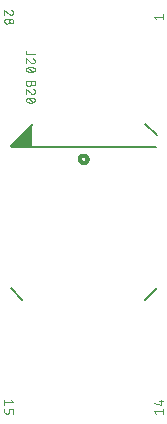
<source format=gbr>
G04 EAGLE Gerber RS-274X export*
G75*
%MOMM*%
%FSLAX34Y34*%
%LPD*%
%INSilkscreen Top*%
%IPPOS*%
%AMOC8*
5,1,8,0,0,1.08239X$1,22.5*%
G01*
%ADD10C,0.050800*%
%ADD11C,0.304800*%
%ADD12C,0.203200*%

G36*
X31770Y232604D02*
X31770Y232604D01*
X31789Y232602D01*
X31891Y232624D01*
X31993Y232641D01*
X32010Y232650D01*
X32030Y232655D01*
X32119Y232708D01*
X32210Y232756D01*
X32224Y232771D01*
X32241Y232781D01*
X32308Y232859D01*
X32380Y232934D01*
X32388Y232952D01*
X32401Y232968D01*
X32440Y233064D01*
X32483Y233158D01*
X32485Y233177D01*
X32493Y233196D01*
X32511Y233363D01*
X32511Y250825D01*
X32500Y250896D01*
X32498Y250967D01*
X32480Y251016D01*
X32472Y251068D01*
X32438Y251131D01*
X32413Y251198D01*
X32381Y251239D01*
X32356Y251285D01*
X32305Y251334D01*
X32260Y251390D01*
X32216Y251419D01*
X32178Y251455D01*
X32113Y251485D01*
X32053Y251523D01*
X32002Y251536D01*
X31955Y251558D01*
X31884Y251566D01*
X31814Y251584D01*
X31762Y251579D01*
X31711Y251585D01*
X31640Y251570D01*
X31569Y251564D01*
X31521Y251544D01*
X31470Y251533D01*
X31409Y251496D01*
X31343Y251468D01*
X31287Y251423D01*
X31259Y251407D01*
X31244Y251389D01*
X31212Y251363D01*
X13749Y233901D01*
X13707Y233843D01*
X13658Y233791D01*
X13636Y233743D01*
X13606Y233701D01*
X13585Y233633D01*
X13554Y233568D01*
X13549Y233516D01*
X13533Y233466D01*
X13535Y233394D01*
X13527Y233323D01*
X13538Y233272D01*
X13540Y233220D01*
X13564Y233153D01*
X13580Y233083D01*
X13606Y233038D01*
X13624Y232989D01*
X13669Y232933D01*
X13706Y232872D01*
X13745Y232838D01*
X13778Y232797D01*
X13838Y232758D01*
X13893Y232712D01*
X13941Y232692D01*
X13985Y232664D01*
X14054Y232647D01*
X14121Y232620D01*
X14192Y232612D01*
X14223Y232604D01*
X14247Y232606D01*
X14288Y232601D01*
X31750Y232601D01*
X31770Y232604D01*
G37*
D10*
X14605Y344441D02*
X14690Y344443D01*
X14776Y344449D01*
X14861Y344458D01*
X14945Y344472D01*
X15029Y344489D01*
X15112Y344510D01*
X15194Y344534D01*
X15274Y344562D01*
X15354Y344594D01*
X15432Y344630D01*
X15508Y344668D01*
X15582Y344711D01*
X15654Y344756D01*
X15725Y344805D01*
X15793Y344857D01*
X15858Y344911D01*
X15921Y344969D01*
X15982Y345030D01*
X16040Y345093D01*
X16094Y345158D01*
X16146Y345226D01*
X16195Y345297D01*
X16240Y345369D01*
X16283Y345443D01*
X16321Y345519D01*
X16357Y345597D01*
X16389Y345677D01*
X16417Y345757D01*
X16441Y345839D01*
X16462Y345922D01*
X16479Y346006D01*
X16493Y346090D01*
X16502Y346175D01*
X16508Y346261D01*
X16510Y346346D01*
X16508Y346442D01*
X16502Y346538D01*
X16493Y346634D01*
X16480Y346729D01*
X16463Y346824D01*
X16442Y346918D01*
X16418Y347011D01*
X16390Y347103D01*
X16359Y347194D01*
X16323Y347283D01*
X16285Y347371D01*
X16243Y347458D01*
X16198Y347542D01*
X16149Y347625D01*
X16097Y347706D01*
X16042Y347785D01*
X15984Y347862D01*
X15923Y347936D01*
X15859Y348008D01*
X15792Y348077D01*
X15723Y348144D01*
X15651Y348208D01*
X15577Y348269D01*
X15500Y348327D01*
X15421Y348382D01*
X15340Y348433D01*
X15257Y348482D01*
X15172Y348527D01*
X15086Y348569D01*
X14997Y348608D01*
X14908Y348643D01*
X14817Y348674D01*
X13123Y345076D02*
X13185Y345014D01*
X13249Y344955D01*
X13315Y344899D01*
X13384Y344845D01*
X13455Y344795D01*
X13529Y344747D01*
X13604Y344703D01*
X13681Y344662D01*
X13759Y344624D01*
X13839Y344590D01*
X13921Y344559D01*
X14004Y344531D01*
X14087Y344508D01*
X14172Y344487D01*
X14258Y344471D01*
X14344Y344458D01*
X14431Y344448D01*
X14518Y344443D01*
X14605Y344441D01*
X13123Y345076D02*
X8890Y348674D01*
X8890Y344441D01*
X11007Y341359D02*
X11098Y341357D01*
X11189Y341351D01*
X11280Y341341D01*
X11370Y341328D01*
X11459Y341310D01*
X11548Y341289D01*
X11635Y341264D01*
X11722Y341235D01*
X11807Y341202D01*
X11890Y341166D01*
X11972Y341126D01*
X12052Y341083D01*
X12131Y341036D01*
X12207Y340986D01*
X12281Y340933D01*
X12352Y340877D01*
X12421Y340817D01*
X12488Y340755D01*
X12551Y340690D01*
X12612Y340622D01*
X12670Y340552D01*
X12725Y340479D01*
X12777Y340404D01*
X12825Y340327D01*
X12870Y340247D01*
X12912Y340166D01*
X12950Y340084D01*
X12984Y339999D01*
X13015Y339913D01*
X13042Y339826D01*
X13065Y339738D01*
X13084Y339649D01*
X13100Y339560D01*
X13112Y339469D01*
X13120Y339379D01*
X13124Y339288D01*
X13124Y339196D01*
X13120Y339105D01*
X13112Y339015D01*
X13100Y338924D01*
X13084Y338835D01*
X13065Y338746D01*
X13042Y338658D01*
X13015Y338571D01*
X12984Y338485D01*
X12950Y338400D01*
X12912Y338318D01*
X12870Y338237D01*
X12825Y338157D01*
X12777Y338080D01*
X12725Y338005D01*
X12670Y337932D01*
X12612Y337862D01*
X12551Y337794D01*
X12488Y337729D01*
X12421Y337667D01*
X12352Y337607D01*
X12281Y337551D01*
X12207Y337498D01*
X12131Y337448D01*
X12052Y337401D01*
X11972Y337358D01*
X11890Y337318D01*
X11807Y337282D01*
X11722Y337249D01*
X11635Y337220D01*
X11548Y337195D01*
X11459Y337174D01*
X11370Y337156D01*
X11280Y337143D01*
X11189Y337133D01*
X11098Y337127D01*
X11007Y337125D01*
X10916Y337127D01*
X10825Y337133D01*
X10734Y337143D01*
X10644Y337156D01*
X10555Y337174D01*
X10466Y337195D01*
X10379Y337220D01*
X10292Y337249D01*
X10207Y337282D01*
X10124Y337318D01*
X10042Y337358D01*
X9962Y337401D01*
X9883Y337448D01*
X9807Y337498D01*
X9733Y337551D01*
X9662Y337607D01*
X9593Y337667D01*
X9526Y337729D01*
X9463Y337794D01*
X9402Y337862D01*
X9344Y337932D01*
X9289Y338005D01*
X9237Y338080D01*
X9189Y338157D01*
X9144Y338237D01*
X9102Y338318D01*
X9064Y338400D01*
X9030Y338485D01*
X8999Y338571D01*
X8972Y338658D01*
X8949Y338746D01*
X8930Y338835D01*
X8914Y338924D01*
X8902Y339015D01*
X8894Y339105D01*
X8890Y339196D01*
X8890Y339288D01*
X8894Y339379D01*
X8902Y339469D01*
X8914Y339560D01*
X8930Y339649D01*
X8949Y339738D01*
X8972Y339826D01*
X8999Y339913D01*
X9030Y339999D01*
X9064Y340084D01*
X9102Y340166D01*
X9144Y340247D01*
X9189Y340327D01*
X9237Y340404D01*
X9289Y340479D01*
X9344Y340552D01*
X9402Y340622D01*
X9463Y340690D01*
X9526Y340755D01*
X9593Y340817D01*
X9662Y340877D01*
X9733Y340933D01*
X9807Y340986D01*
X9883Y341036D01*
X9962Y341083D01*
X10042Y341126D01*
X10124Y341166D01*
X10207Y341202D01*
X10292Y341235D01*
X10379Y341264D01*
X10466Y341289D01*
X10555Y341310D01*
X10644Y341328D01*
X10734Y341341D01*
X10825Y341351D01*
X10916Y341357D01*
X11007Y341359D01*
X14817Y340935D02*
X14898Y340933D01*
X14978Y340927D01*
X15058Y340918D01*
X15137Y340904D01*
X15216Y340887D01*
X15294Y340866D01*
X15371Y340842D01*
X15446Y340814D01*
X15520Y340782D01*
X15593Y340747D01*
X15663Y340708D01*
X15732Y340666D01*
X15799Y340621D01*
X15864Y340573D01*
X15926Y340521D01*
X15985Y340467D01*
X16042Y340410D01*
X16096Y340351D01*
X16148Y340289D01*
X16196Y340224D01*
X16241Y340157D01*
X16283Y340089D01*
X16322Y340018D01*
X16357Y339945D01*
X16389Y339871D01*
X16417Y339796D01*
X16441Y339719D01*
X16462Y339641D01*
X16479Y339562D01*
X16493Y339483D01*
X16502Y339403D01*
X16508Y339323D01*
X16510Y339242D01*
X16508Y339161D01*
X16502Y339081D01*
X16493Y339001D01*
X16479Y338922D01*
X16462Y338843D01*
X16441Y338765D01*
X16417Y338688D01*
X16389Y338613D01*
X16357Y338539D01*
X16322Y338466D01*
X16283Y338396D01*
X16241Y338327D01*
X16196Y338260D01*
X16148Y338195D01*
X16096Y338133D01*
X16042Y338074D01*
X15985Y338017D01*
X15926Y337963D01*
X15864Y337911D01*
X15799Y337863D01*
X15732Y337818D01*
X15664Y337776D01*
X15593Y337737D01*
X15520Y337702D01*
X15446Y337670D01*
X15371Y337642D01*
X15294Y337618D01*
X15216Y337597D01*
X15137Y337580D01*
X15058Y337566D01*
X14978Y337557D01*
X14898Y337551D01*
X14817Y337549D01*
X14736Y337551D01*
X14656Y337557D01*
X14576Y337566D01*
X14497Y337580D01*
X14418Y337597D01*
X14340Y337618D01*
X14263Y337642D01*
X14188Y337670D01*
X14114Y337702D01*
X14041Y337737D01*
X13970Y337776D01*
X13902Y337818D01*
X13835Y337863D01*
X13770Y337911D01*
X13708Y337963D01*
X13649Y338017D01*
X13592Y338074D01*
X13538Y338133D01*
X13486Y338195D01*
X13438Y338260D01*
X13393Y338327D01*
X13351Y338396D01*
X13312Y338466D01*
X13277Y338539D01*
X13245Y338613D01*
X13217Y338688D01*
X13193Y338765D01*
X13172Y338843D01*
X13155Y338922D01*
X13141Y339001D01*
X13132Y339081D01*
X13126Y339161D01*
X13124Y339242D01*
X13126Y339323D01*
X13132Y339403D01*
X13141Y339483D01*
X13155Y339562D01*
X13172Y339641D01*
X13193Y339719D01*
X13217Y339796D01*
X13245Y339871D01*
X13277Y339945D01*
X13312Y340018D01*
X13351Y340089D01*
X13393Y340157D01*
X13438Y340224D01*
X13486Y340289D01*
X13538Y340351D01*
X13592Y340410D01*
X13649Y340467D01*
X13708Y340521D01*
X13770Y340573D01*
X13835Y340621D01*
X13902Y340666D01*
X13971Y340708D01*
X14041Y340747D01*
X14114Y340782D01*
X14188Y340814D01*
X14263Y340842D01*
X14340Y340866D01*
X14418Y340887D01*
X14497Y340904D01*
X14576Y340918D01*
X14656Y340927D01*
X14736Y340933D01*
X14817Y340935D01*
X135890Y9042D02*
X137583Y6926D01*
X135890Y9042D02*
X143510Y9042D01*
X143510Y6926D02*
X143510Y11159D01*
X141817Y14241D02*
X135890Y15934D01*
X141817Y14241D02*
X141817Y18474D01*
X143510Y17204D02*
X140123Y17204D01*
X16510Y16358D02*
X14817Y18474D01*
X16510Y16358D02*
X8890Y16358D01*
X8890Y18474D02*
X8890Y14241D01*
X8890Y11159D02*
X8890Y8619D01*
X8892Y8538D01*
X8898Y8458D01*
X8907Y8378D01*
X8921Y8299D01*
X8938Y8220D01*
X8959Y8142D01*
X8983Y8065D01*
X9011Y7990D01*
X9043Y7916D01*
X9078Y7843D01*
X9117Y7773D01*
X9159Y7704D01*
X9204Y7637D01*
X9252Y7572D01*
X9304Y7510D01*
X9358Y7451D01*
X9415Y7394D01*
X9474Y7340D01*
X9536Y7288D01*
X9601Y7240D01*
X9668Y7195D01*
X9736Y7153D01*
X9807Y7114D01*
X9880Y7079D01*
X9954Y7047D01*
X10029Y7019D01*
X10106Y6995D01*
X10184Y6974D01*
X10263Y6957D01*
X10342Y6943D01*
X10422Y6934D01*
X10502Y6928D01*
X10583Y6926D01*
X11430Y6926D01*
X11511Y6928D01*
X11591Y6934D01*
X11671Y6943D01*
X11750Y6957D01*
X11829Y6974D01*
X11907Y6995D01*
X11984Y7019D01*
X12059Y7047D01*
X12133Y7079D01*
X12206Y7114D01*
X12277Y7153D01*
X12345Y7195D01*
X12412Y7240D01*
X12477Y7288D01*
X12539Y7340D01*
X12598Y7394D01*
X12655Y7451D01*
X12709Y7510D01*
X12761Y7572D01*
X12809Y7637D01*
X12854Y7704D01*
X12896Y7773D01*
X12935Y7843D01*
X12970Y7916D01*
X13002Y7990D01*
X13030Y8065D01*
X13054Y8142D01*
X13075Y8220D01*
X13092Y8299D01*
X13106Y8378D01*
X13115Y8458D01*
X13121Y8538D01*
X13123Y8619D01*
X13123Y11159D01*
X16510Y11159D01*
X16510Y6926D01*
X28935Y310954D02*
X34862Y310954D01*
X28935Y310954D02*
X28854Y310956D01*
X28774Y310962D01*
X28694Y310971D01*
X28615Y310985D01*
X28536Y311002D01*
X28458Y311023D01*
X28381Y311047D01*
X28306Y311075D01*
X28232Y311107D01*
X28159Y311142D01*
X28088Y311181D01*
X28020Y311223D01*
X27953Y311268D01*
X27888Y311316D01*
X27826Y311368D01*
X27767Y311422D01*
X27710Y311479D01*
X27656Y311538D01*
X27604Y311600D01*
X27556Y311665D01*
X27511Y311732D01*
X27469Y311801D01*
X27430Y311871D01*
X27395Y311944D01*
X27363Y312018D01*
X27335Y312093D01*
X27311Y312170D01*
X27290Y312248D01*
X27273Y312327D01*
X27259Y312406D01*
X27250Y312486D01*
X27244Y312566D01*
X27242Y312647D01*
X27242Y313494D01*
X34862Y305326D02*
X34860Y305241D01*
X34854Y305155D01*
X34845Y305070D01*
X34831Y304986D01*
X34814Y304902D01*
X34793Y304819D01*
X34769Y304737D01*
X34741Y304657D01*
X34709Y304577D01*
X34673Y304499D01*
X34635Y304423D01*
X34592Y304349D01*
X34547Y304277D01*
X34498Y304206D01*
X34446Y304138D01*
X34392Y304073D01*
X34334Y304010D01*
X34273Y303949D01*
X34210Y303891D01*
X34145Y303837D01*
X34077Y303785D01*
X34006Y303736D01*
X33934Y303691D01*
X33860Y303648D01*
X33784Y303610D01*
X33706Y303574D01*
X33626Y303542D01*
X33546Y303514D01*
X33464Y303490D01*
X33381Y303469D01*
X33297Y303452D01*
X33213Y303438D01*
X33128Y303429D01*
X33042Y303423D01*
X32957Y303421D01*
X34861Y305326D02*
X34859Y305422D01*
X34853Y305518D01*
X34844Y305614D01*
X34831Y305709D01*
X34814Y305804D01*
X34793Y305898D01*
X34769Y305991D01*
X34741Y306083D01*
X34710Y306174D01*
X34674Y306263D01*
X34636Y306351D01*
X34594Y306438D01*
X34549Y306522D01*
X34500Y306605D01*
X34448Y306686D01*
X34393Y306765D01*
X34335Y306842D01*
X34274Y306916D01*
X34210Y306988D01*
X34143Y307057D01*
X34074Y307124D01*
X34002Y307188D01*
X33928Y307249D01*
X33851Y307307D01*
X33772Y307362D01*
X33691Y307413D01*
X33608Y307462D01*
X33523Y307507D01*
X33437Y307549D01*
X33348Y307588D01*
X33259Y307623D01*
X33168Y307654D01*
X31475Y304057D02*
X31537Y303995D01*
X31601Y303936D01*
X31667Y303880D01*
X31736Y303826D01*
X31807Y303776D01*
X31881Y303728D01*
X31956Y303684D01*
X32033Y303643D01*
X32111Y303605D01*
X32191Y303571D01*
X32273Y303540D01*
X32356Y303512D01*
X32439Y303489D01*
X32524Y303468D01*
X32610Y303452D01*
X32696Y303439D01*
X32783Y303429D01*
X32870Y303424D01*
X32957Y303422D01*
X31475Y304056D02*
X27242Y307655D01*
X27242Y303421D01*
X31052Y300339D02*
X31210Y300337D01*
X31368Y300331D01*
X31526Y300321D01*
X31684Y300307D01*
X31841Y300289D01*
X31998Y300267D01*
X32154Y300242D01*
X32309Y300212D01*
X32464Y300178D01*
X32618Y300141D01*
X32770Y300099D01*
X32922Y300054D01*
X33072Y300005D01*
X33222Y299952D01*
X33369Y299896D01*
X33516Y299835D01*
X33660Y299772D01*
X33804Y299704D01*
X33803Y299704D02*
X33876Y299677D01*
X33947Y299647D01*
X34017Y299613D01*
X34085Y299575D01*
X34151Y299534D01*
X34215Y299490D01*
X34277Y299443D01*
X34336Y299393D01*
X34393Y299340D01*
X34447Y299284D01*
X34498Y299225D01*
X34546Y299165D01*
X34591Y299101D01*
X34633Y299036D01*
X34672Y298969D01*
X34707Y298899D01*
X34739Y298828D01*
X34767Y298756D01*
X34792Y298682D01*
X34813Y298608D01*
X34830Y298532D01*
X34844Y298455D01*
X34853Y298378D01*
X34859Y298301D01*
X34861Y298223D01*
X34859Y298145D01*
X34853Y298068D01*
X34844Y297991D01*
X34830Y297914D01*
X34813Y297838D01*
X34792Y297764D01*
X34767Y297690D01*
X34739Y297618D01*
X34707Y297547D01*
X34672Y297477D01*
X34633Y297410D01*
X34591Y297345D01*
X34546Y297281D01*
X34498Y297221D01*
X34447Y297162D01*
X34393Y297106D01*
X34336Y297053D01*
X34277Y297003D01*
X34215Y296956D01*
X34151Y296912D01*
X34085Y296871D01*
X34017Y296833D01*
X33947Y296799D01*
X33876Y296769D01*
X33803Y296742D01*
X33804Y296742D02*
X33660Y296674D01*
X33516Y296611D01*
X33369Y296550D01*
X33222Y296494D01*
X33072Y296441D01*
X32922Y296392D01*
X32770Y296347D01*
X32618Y296305D01*
X32464Y296268D01*
X32309Y296234D01*
X32154Y296204D01*
X31998Y296179D01*
X31841Y296157D01*
X31684Y296139D01*
X31526Y296125D01*
X31368Y296115D01*
X31210Y296109D01*
X31052Y296107D01*
X31052Y300340D02*
X30894Y300338D01*
X30736Y300332D01*
X30578Y300322D01*
X30420Y300308D01*
X30263Y300290D01*
X30106Y300268D01*
X29950Y300243D01*
X29795Y300213D01*
X29640Y300179D01*
X29486Y300142D01*
X29333Y300100D01*
X29182Y300055D01*
X29031Y300006D01*
X28882Y299953D01*
X28734Y299897D01*
X28588Y299836D01*
X28443Y299772D01*
X28300Y299705D01*
X28300Y299704D02*
X28227Y299677D01*
X28156Y299647D01*
X28086Y299613D01*
X28018Y299575D01*
X27952Y299534D01*
X27888Y299490D01*
X27826Y299443D01*
X27767Y299393D01*
X27710Y299340D01*
X27656Y299284D01*
X27605Y299225D01*
X27557Y299165D01*
X27512Y299101D01*
X27470Y299036D01*
X27431Y298969D01*
X27396Y298899D01*
X27364Y298828D01*
X27336Y298756D01*
X27311Y298682D01*
X27290Y298608D01*
X27273Y298532D01*
X27259Y298455D01*
X27250Y298378D01*
X27244Y298301D01*
X27242Y298223D01*
X28300Y296741D02*
X28443Y296674D01*
X28588Y296610D01*
X28734Y296549D01*
X28882Y296493D01*
X29031Y296440D01*
X29182Y296391D01*
X29333Y296346D01*
X29486Y296304D01*
X29640Y296267D01*
X29795Y296233D01*
X29950Y296203D01*
X30106Y296178D01*
X30263Y296156D01*
X30420Y296138D01*
X30578Y296124D01*
X30736Y296114D01*
X30894Y296108D01*
X31052Y296106D01*
X28300Y296742D02*
X28227Y296769D01*
X28156Y296799D01*
X28086Y296833D01*
X28018Y296871D01*
X27952Y296912D01*
X27888Y296956D01*
X27826Y297003D01*
X27767Y297053D01*
X27710Y297106D01*
X27656Y297162D01*
X27605Y297221D01*
X27557Y297281D01*
X27511Y297345D01*
X27470Y297410D01*
X27431Y297477D01*
X27396Y297547D01*
X27364Y297618D01*
X27336Y297690D01*
X27311Y297764D01*
X27290Y297838D01*
X27273Y297914D01*
X27259Y297991D01*
X27250Y298068D01*
X27244Y298145D01*
X27242Y298223D01*
X28935Y299916D02*
X33168Y296529D01*
X31475Y288662D02*
X31475Y286545D01*
X31473Y286454D01*
X31467Y286363D01*
X31457Y286272D01*
X31444Y286182D01*
X31426Y286093D01*
X31405Y286004D01*
X31380Y285917D01*
X31351Y285830D01*
X31318Y285745D01*
X31282Y285662D01*
X31242Y285580D01*
X31199Y285500D01*
X31152Y285421D01*
X31102Y285345D01*
X31049Y285271D01*
X30993Y285200D01*
X30933Y285131D01*
X30871Y285064D01*
X30806Y285001D01*
X30738Y284940D01*
X30668Y284882D01*
X30595Y284827D01*
X30520Y284775D01*
X30443Y284727D01*
X30363Y284682D01*
X30282Y284640D01*
X30200Y284602D01*
X30115Y284568D01*
X30029Y284537D01*
X29942Y284510D01*
X29854Y284487D01*
X29765Y284468D01*
X29676Y284452D01*
X29585Y284440D01*
X29495Y284432D01*
X29404Y284428D01*
X29312Y284428D01*
X29221Y284432D01*
X29131Y284440D01*
X29040Y284452D01*
X28951Y284468D01*
X28862Y284487D01*
X28774Y284510D01*
X28687Y284537D01*
X28601Y284568D01*
X28516Y284602D01*
X28434Y284640D01*
X28353Y284682D01*
X28273Y284727D01*
X28196Y284775D01*
X28121Y284827D01*
X28048Y284882D01*
X27978Y284940D01*
X27910Y285001D01*
X27845Y285064D01*
X27783Y285131D01*
X27723Y285200D01*
X27667Y285271D01*
X27614Y285345D01*
X27564Y285421D01*
X27517Y285500D01*
X27474Y285580D01*
X27434Y285662D01*
X27398Y285745D01*
X27365Y285830D01*
X27336Y285917D01*
X27311Y286004D01*
X27290Y286093D01*
X27272Y286182D01*
X27259Y286272D01*
X27249Y286363D01*
X27243Y286454D01*
X27241Y286545D01*
X27242Y286545D02*
X27242Y288662D01*
X34862Y288662D01*
X34862Y286545D01*
X34861Y286545D02*
X34859Y286464D01*
X34853Y286384D01*
X34844Y286304D01*
X34830Y286225D01*
X34813Y286146D01*
X34792Y286068D01*
X34768Y285991D01*
X34740Y285916D01*
X34708Y285842D01*
X34673Y285769D01*
X34634Y285699D01*
X34592Y285630D01*
X34547Y285563D01*
X34499Y285498D01*
X34447Y285436D01*
X34393Y285377D01*
X34336Y285320D01*
X34277Y285266D01*
X34215Y285214D01*
X34150Y285166D01*
X34083Y285121D01*
X34015Y285079D01*
X33944Y285040D01*
X33871Y285005D01*
X33797Y284973D01*
X33722Y284945D01*
X33645Y284921D01*
X33567Y284900D01*
X33488Y284883D01*
X33409Y284869D01*
X33329Y284860D01*
X33249Y284854D01*
X33168Y284852D01*
X33087Y284854D01*
X33007Y284860D01*
X32927Y284869D01*
X32848Y284883D01*
X32769Y284900D01*
X32691Y284921D01*
X32614Y284945D01*
X32539Y284973D01*
X32465Y285005D01*
X32392Y285040D01*
X32321Y285079D01*
X32253Y285121D01*
X32186Y285166D01*
X32121Y285214D01*
X32059Y285266D01*
X32000Y285320D01*
X31943Y285377D01*
X31889Y285436D01*
X31837Y285498D01*
X31789Y285563D01*
X31744Y285630D01*
X31702Y285699D01*
X31663Y285769D01*
X31628Y285842D01*
X31596Y285916D01*
X31568Y285991D01*
X31544Y286068D01*
X31523Y286146D01*
X31506Y286225D01*
X31492Y286304D01*
X31483Y286384D01*
X31477Y286464D01*
X31475Y286545D01*
X34862Y279359D02*
X34860Y279274D01*
X34854Y279188D01*
X34845Y279103D01*
X34831Y279019D01*
X34814Y278935D01*
X34793Y278852D01*
X34769Y278770D01*
X34741Y278690D01*
X34709Y278610D01*
X34673Y278532D01*
X34635Y278456D01*
X34592Y278382D01*
X34547Y278310D01*
X34498Y278239D01*
X34446Y278171D01*
X34392Y278106D01*
X34334Y278043D01*
X34273Y277982D01*
X34210Y277924D01*
X34145Y277870D01*
X34077Y277818D01*
X34006Y277769D01*
X33934Y277724D01*
X33860Y277681D01*
X33784Y277643D01*
X33706Y277607D01*
X33626Y277575D01*
X33546Y277547D01*
X33464Y277523D01*
X33381Y277502D01*
X33297Y277485D01*
X33213Y277471D01*
X33128Y277462D01*
X33042Y277456D01*
X32957Y277454D01*
X34861Y279359D02*
X34859Y279455D01*
X34853Y279551D01*
X34844Y279647D01*
X34831Y279742D01*
X34814Y279837D01*
X34793Y279931D01*
X34769Y280024D01*
X34741Y280116D01*
X34710Y280207D01*
X34674Y280296D01*
X34636Y280384D01*
X34594Y280471D01*
X34549Y280555D01*
X34500Y280638D01*
X34448Y280719D01*
X34393Y280798D01*
X34335Y280875D01*
X34274Y280949D01*
X34210Y281021D01*
X34143Y281090D01*
X34074Y281157D01*
X34002Y281221D01*
X33928Y281282D01*
X33851Y281340D01*
X33772Y281395D01*
X33691Y281446D01*
X33608Y281495D01*
X33523Y281540D01*
X33437Y281582D01*
X33348Y281621D01*
X33259Y281656D01*
X33168Y281687D01*
X31475Y278089D02*
X31537Y278027D01*
X31601Y277968D01*
X31667Y277912D01*
X31736Y277858D01*
X31807Y277808D01*
X31881Y277760D01*
X31956Y277716D01*
X32033Y277675D01*
X32111Y277637D01*
X32191Y277603D01*
X32273Y277572D01*
X32356Y277544D01*
X32439Y277521D01*
X32524Y277500D01*
X32610Y277484D01*
X32696Y277471D01*
X32783Y277461D01*
X32870Y277456D01*
X32957Y277454D01*
X31475Y278089D02*
X27242Y281687D01*
X27242Y277454D01*
X31052Y274371D02*
X31210Y274369D01*
X31368Y274363D01*
X31526Y274353D01*
X31684Y274339D01*
X31841Y274321D01*
X31998Y274299D01*
X32154Y274274D01*
X32309Y274244D01*
X32464Y274210D01*
X32618Y274173D01*
X32770Y274131D01*
X32922Y274086D01*
X33072Y274037D01*
X33222Y273984D01*
X33369Y273928D01*
X33516Y273867D01*
X33660Y273804D01*
X33804Y273736D01*
X33803Y273736D02*
X33876Y273709D01*
X33947Y273679D01*
X34017Y273645D01*
X34085Y273607D01*
X34151Y273566D01*
X34215Y273522D01*
X34277Y273475D01*
X34336Y273425D01*
X34393Y273372D01*
X34447Y273316D01*
X34498Y273257D01*
X34546Y273197D01*
X34591Y273133D01*
X34633Y273068D01*
X34672Y273001D01*
X34707Y272931D01*
X34739Y272860D01*
X34767Y272788D01*
X34792Y272714D01*
X34813Y272640D01*
X34830Y272564D01*
X34844Y272487D01*
X34853Y272410D01*
X34859Y272333D01*
X34861Y272255D01*
X34859Y272177D01*
X34853Y272100D01*
X34844Y272023D01*
X34830Y271946D01*
X34813Y271870D01*
X34792Y271796D01*
X34767Y271722D01*
X34739Y271650D01*
X34707Y271579D01*
X34672Y271509D01*
X34633Y271442D01*
X34591Y271377D01*
X34546Y271313D01*
X34498Y271253D01*
X34447Y271194D01*
X34393Y271138D01*
X34336Y271085D01*
X34277Y271035D01*
X34215Y270988D01*
X34151Y270944D01*
X34085Y270903D01*
X34017Y270865D01*
X33947Y270831D01*
X33876Y270801D01*
X33803Y270774D01*
X33804Y270774D02*
X33660Y270706D01*
X33516Y270643D01*
X33369Y270582D01*
X33222Y270526D01*
X33072Y270473D01*
X32922Y270424D01*
X32770Y270379D01*
X32618Y270337D01*
X32464Y270300D01*
X32309Y270266D01*
X32154Y270236D01*
X31998Y270211D01*
X31841Y270189D01*
X31684Y270171D01*
X31526Y270157D01*
X31368Y270147D01*
X31210Y270141D01*
X31052Y270139D01*
X31052Y274372D02*
X30894Y274370D01*
X30736Y274364D01*
X30578Y274354D01*
X30420Y274340D01*
X30263Y274322D01*
X30106Y274300D01*
X29950Y274275D01*
X29795Y274245D01*
X29640Y274211D01*
X29486Y274174D01*
X29333Y274132D01*
X29182Y274087D01*
X29031Y274038D01*
X28882Y273985D01*
X28734Y273929D01*
X28588Y273868D01*
X28443Y273804D01*
X28300Y273737D01*
X28300Y273736D02*
X28227Y273709D01*
X28156Y273679D01*
X28086Y273645D01*
X28018Y273607D01*
X27952Y273566D01*
X27888Y273522D01*
X27826Y273475D01*
X27767Y273425D01*
X27710Y273372D01*
X27656Y273316D01*
X27605Y273257D01*
X27557Y273197D01*
X27512Y273133D01*
X27470Y273068D01*
X27431Y273001D01*
X27396Y272931D01*
X27364Y272860D01*
X27336Y272788D01*
X27311Y272714D01*
X27290Y272640D01*
X27273Y272564D01*
X27259Y272487D01*
X27250Y272410D01*
X27244Y272333D01*
X27242Y272255D01*
X28300Y270773D02*
X28443Y270706D01*
X28588Y270642D01*
X28734Y270581D01*
X28882Y270525D01*
X29031Y270472D01*
X29182Y270423D01*
X29333Y270378D01*
X29486Y270336D01*
X29640Y270299D01*
X29795Y270265D01*
X29950Y270235D01*
X30106Y270210D01*
X30263Y270188D01*
X30420Y270170D01*
X30578Y270156D01*
X30736Y270146D01*
X30894Y270140D01*
X31052Y270138D01*
X28300Y270774D02*
X28227Y270801D01*
X28156Y270831D01*
X28086Y270865D01*
X28018Y270903D01*
X27952Y270944D01*
X27888Y270988D01*
X27826Y271035D01*
X27767Y271085D01*
X27710Y271138D01*
X27656Y271194D01*
X27605Y271253D01*
X27557Y271313D01*
X27511Y271377D01*
X27470Y271442D01*
X27431Y271509D01*
X27396Y271579D01*
X27364Y271650D01*
X27336Y271722D01*
X27311Y271796D01*
X27290Y271870D01*
X27273Y271946D01*
X27259Y272023D01*
X27250Y272100D01*
X27244Y272177D01*
X27242Y272255D01*
X28935Y273948D02*
X33168Y270562D01*
X135890Y342900D02*
X137583Y340783D01*
X135890Y342900D02*
X143510Y342900D01*
X143510Y340783D02*
X143510Y345017D01*
D11*
X73025Y222250D02*
X73027Y222362D01*
X73033Y222474D01*
X73043Y222586D01*
X73057Y222697D01*
X73074Y222807D01*
X73096Y222917D01*
X73121Y223027D01*
X73151Y223135D01*
X73184Y223242D01*
X73221Y223348D01*
X73261Y223452D01*
X73306Y223555D01*
X73353Y223656D01*
X73405Y223756D01*
X73460Y223854D01*
X73518Y223949D01*
X73580Y224043D01*
X73645Y224134D01*
X73713Y224223D01*
X73784Y224310D01*
X73858Y224394D01*
X73935Y224475D01*
X74015Y224554D01*
X74098Y224629D01*
X74183Y224702D01*
X74271Y224772D01*
X74361Y224838D01*
X74454Y224902D01*
X74548Y224962D01*
X74645Y225018D01*
X74744Y225071D01*
X74844Y225121D01*
X74946Y225167D01*
X75050Y225209D01*
X75155Y225248D01*
X75262Y225283D01*
X75369Y225314D01*
X75478Y225342D01*
X75587Y225365D01*
X75698Y225385D01*
X75809Y225401D01*
X75920Y225413D01*
X76032Y225421D01*
X76144Y225425D01*
X76256Y225425D01*
X76368Y225421D01*
X76480Y225413D01*
X76591Y225401D01*
X76702Y225385D01*
X76813Y225365D01*
X76922Y225342D01*
X77031Y225314D01*
X77138Y225283D01*
X77245Y225248D01*
X77350Y225209D01*
X77454Y225167D01*
X77556Y225121D01*
X77656Y225071D01*
X77755Y225018D01*
X77852Y224962D01*
X77946Y224902D01*
X78039Y224838D01*
X78129Y224772D01*
X78217Y224702D01*
X78302Y224629D01*
X78385Y224554D01*
X78465Y224475D01*
X78542Y224394D01*
X78616Y224310D01*
X78687Y224223D01*
X78755Y224134D01*
X78820Y224043D01*
X78882Y223949D01*
X78940Y223854D01*
X78995Y223756D01*
X79047Y223656D01*
X79094Y223555D01*
X79139Y223452D01*
X79179Y223348D01*
X79216Y223242D01*
X79249Y223135D01*
X79279Y223027D01*
X79304Y222917D01*
X79326Y222807D01*
X79343Y222697D01*
X79357Y222586D01*
X79367Y222474D01*
X79373Y222362D01*
X79375Y222250D01*
X79373Y222138D01*
X79367Y222026D01*
X79357Y221914D01*
X79343Y221803D01*
X79326Y221693D01*
X79304Y221583D01*
X79279Y221473D01*
X79249Y221365D01*
X79216Y221258D01*
X79179Y221152D01*
X79139Y221048D01*
X79094Y220945D01*
X79047Y220844D01*
X78995Y220744D01*
X78940Y220646D01*
X78882Y220551D01*
X78820Y220457D01*
X78755Y220366D01*
X78687Y220277D01*
X78616Y220190D01*
X78542Y220106D01*
X78465Y220025D01*
X78385Y219946D01*
X78302Y219871D01*
X78217Y219798D01*
X78129Y219728D01*
X78039Y219662D01*
X77946Y219598D01*
X77852Y219538D01*
X77755Y219482D01*
X77656Y219429D01*
X77556Y219379D01*
X77454Y219333D01*
X77350Y219291D01*
X77245Y219252D01*
X77138Y219217D01*
X77031Y219186D01*
X76922Y219158D01*
X76813Y219135D01*
X76702Y219115D01*
X76591Y219099D01*
X76480Y219087D01*
X76368Y219079D01*
X76256Y219075D01*
X76144Y219075D01*
X76032Y219079D01*
X75920Y219087D01*
X75809Y219099D01*
X75698Y219115D01*
X75587Y219135D01*
X75478Y219158D01*
X75369Y219186D01*
X75262Y219217D01*
X75155Y219252D01*
X75050Y219291D01*
X74946Y219333D01*
X74844Y219379D01*
X74744Y219429D01*
X74645Y219482D01*
X74548Y219538D01*
X74454Y219598D01*
X74361Y219662D01*
X74271Y219728D01*
X74183Y219798D01*
X74098Y219871D01*
X74015Y219946D01*
X73935Y220025D01*
X73858Y220106D01*
X73784Y220190D01*
X73713Y220277D01*
X73645Y220366D01*
X73580Y220457D01*
X73518Y220551D01*
X73460Y220646D01*
X73405Y220744D01*
X73353Y220844D01*
X73306Y220945D01*
X73261Y221048D01*
X73221Y221152D01*
X73184Y221258D01*
X73151Y221365D01*
X73121Y221473D01*
X73096Y221583D01*
X73074Y221693D01*
X73057Y221803D01*
X73043Y221914D01*
X73033Y222026D01*
X73027Y222138D01*
X73025Y222250D01*
D12*
X33140Y252100D02*
X14600Y233560D01*
X128150Y252100D02*
X137800Y242450D01*
X14600Y113150D02*
X24250Y103500D01*
X128150Y103500D02*
X137800Y113150D01*
X137040Y233050D02*
X15360Y233050D01*
M02*

</source>
